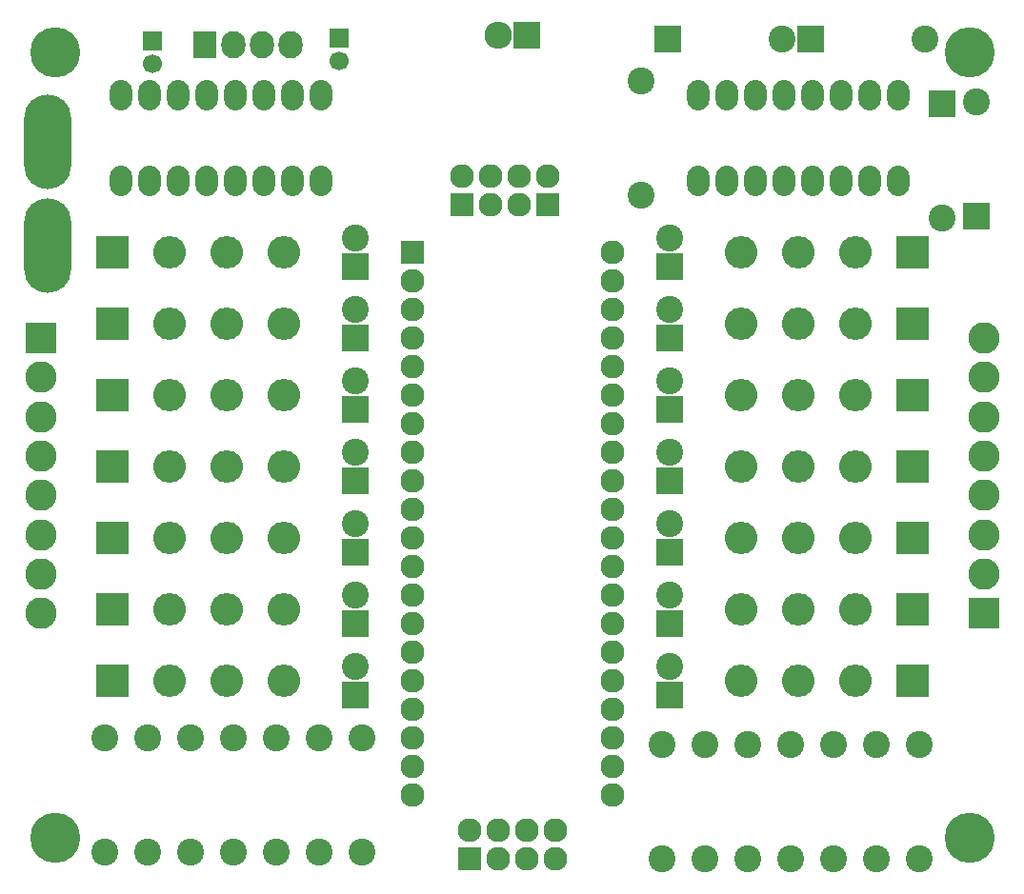
<source format=gts>
G04 #@! TF.FileFunction,Soldermask,Top*
%FSLAX46Y46*%
G04 Gerber Fmt 4.6, Leading zero omitted, Abs format (unit mm)*
G04 Created by KiCad (PCBNEW (2016-01-13 BZR 6465, Git 5af18e5)-product) date Wed 03 Feb 2016 11:46:56 AWST*
%MOMM*%
G01*
G04 APERTURE LIST*
%ADD10C,0.100000*%
%ADD11C,2.800000*%
%ADD12R,2.800000X2.800000*%
%ADD13C,2.398980*%
%ADD14R,2.398980X2.398980*%
%ADD15C,4.464000*%
%ADD16R,2.127200X2.127200*%
%ADD17O,2.127200X2.127200*%
%ADD18R,2.400000X2.400000*%
%ADD19C,2.400000*%
%ADD20R,2.432000X2.432000*%
%ADD21O,2.432000X2.432000*%
%ADD22R,2.127200X2.432000*%
%ADD23O,2.127200X2.432000*%
%ADD24O,2.000000X2.700000*%
%ADD25R,2.900000X2.900000*%
%ADD26O,2.900000X2.900000*%
%ADD27R,1.700000X1.700000*%
%ADD28C,1.700000*%
%ADD29O,4.200000X8.400000*%
G04 APERTURE END LIST*
D10*
D11*
X231140000Y-121651000D03*
X231140000Y-125151000D03*
X231140000Y-118151000D03*
X231140000Y-114651000D03*
X231140000Y-111151000D03*
X231140000Y-107651000D03*
D12*
X231140000Y-128651000D03*
D11*
X231140000Y-104151000D03*
X147320000Y-111140000D03*
X147320000Y-107640000D03*
X147320000Y-114640000D03*
X147320000Y-118140000D03*
X147320000Y-121640000D03*
X147320000Y-125140000D03*
D12*
X147320000Y-104140000D03*
D11*
X147320000Y-128640000D03*
D13*
X213233000Y-77594460D03*
D14*
X203073000Y-77594460D03*
D13*
X225933000Y-77594460D03*
D14*
X215773000Y-77594460D03*
D13*
X227459540Y-93472000D03*
D14*
X227459540Y-83312000D03*
D13*
X230502460Y-83185000D03*
D14*
X230502460Y-93345000D03*
D15*
X148590000Y-78740000D03*
X148590000Y-148590000D03*
X229870000Y-148590000D03*
D16*
X180340000Y-96520000D03*
D17*
X198120000Y-96520000D03*
X180340000Y-99060000D03*
X198120000Y-99060000D03*
X180340000Y-101600000D03*
X198120000Y-101600000D03*
X180340000Y-104140000D03*
X198120000Y-104140000D03*
X180340000Y-106680000D03*
X198120000Y-106680000D03*
X180340000Y-109220000D03*
X198120000Y-109220000D03*
X180340000Y-111760000D03*
X198120000Y-111760000D03*
X180340000Y-114300000D03*
X198120000Y-114300000D03*
X180340000Y-116840000D03*
X198120000Y-116840000D03*
X180340000Y-119380000D03*
X198120000Y-119380000D03*
X180340000Y-121920000D03*
X198120000Y-121920000D03*
X180340000Y-124460000D03*
X198120000Y-124460000D03*
X180340000Y-127000000D03*
X198120000Y-127000000D03*
X180340000Y-129540000D03*
X198120000Y-129540000D03*
X180340000Y-132080000D03*
X198120000Y-132080000D03*
X180340000Y-134620000D03*
X198120000Y-134620000D03*
X180340000Y-137160000D03*
X198120000Y-137160000D03*
X180340000Y-139700000D03*
X198120000Y-139700000D03*
X180340000Y-142240000D03*
X198120000Y-142240000D03*
X180340000Y-144780000D03*
X198120000Y-144780000D03*
D18*
X203200000Y-135890000D03*
D19*
X203200000Y-133350000D03*
D18*
X203200000Y-129540000D03*
D19*
X203200000Y-127000000D03*
D18*
X203200000Y-123190000D03*
D19*
X203200000Y-120650000D03*
D18*
X203200000Y-116840000D03*
D19*
X203200000Y-114300000D03*
D18*
X203200000Y-110490000D03*
D19*
X203200000Y-107950000D03*
D18*
X203200000Y-104140000D03*
D19*
X203200000Y-101600000D03*
D18*
X203200000Y-97790000D03*
D19*
X203200000Y-95250000D03*
D18*
X175260000Y-135890000D03*
D19*
X175260000Y-133350000D03*
D18*
X175260000Y-129540000D03*
D19*
X175260000Y-127000000D03*
D18*
X175260000Y-123190000D03*
D19*
X175260000Y-120650000D03*
D18*
X175260000Y-116840000D03*
D19*
X175260000Y-114300000D03*
D18*
X175260000Y-110490000D03*
D19*
X175260000Y-107950000D03*
D18*
X175260000Y-104140000D03*
D19*
X175260000Y-101600000D03*
D18*
X175260000Y-97790000D03*
D19*
X175260000Y-95250000D03*
D20*
X190500000Y-77216000D03*
D21*
X187960000Y-77216000D03*
D16*
X185420000Y-150495000D03*
D17*
X185420000Y-147955000D03*
X187960000Y-150495000D03*
X187960000Y-147955000D03*
X190500000Y-150495000D03*
X190500000Y-147955000D03*
X193040000Y-150495000D03*
X193040000Y-147955000D03*
D22*
X161925000Y-78105000D03*
D23*
X164465000Y-78105000D03*
X167005000Y-78105000D03*
X169545000Y-78105000D03*
D13*
X200660000Y-81280000D03*
X200660000Y-91440000D03*
X225425000Y-140335000D03*
X225425000Y-150495000D03*
X221615000Y-140335000D03*
X221615000Y-150495000D03*
X217805000Y-140335000D03*
X217805000Y-150495000D03*
X213995000Y-140335000D03*
X213995000Y-150495000D03*
X210185000Y-140335000D03*
X210185000Y-150495000D03*
X206375000Y-140335000D03*
X206375000Y-150495000D03*
X202565000Y-140335000D03*
X202565000Y-150495000D03*
X153035000Y-139700000D03*
X153035000Y-149860000D03*
X156845000Y-139700000D03*
X156845000Y-149860000D03*
X160655000Y-139700000D03*
X160655000Y-149860000D03*
X164465000Y-139700000D03*
X164465000Y-149860000D03*
X168275000Y-139700000D03*
X168275000Y-149860000D03*
X172085000Y-139700000D03*
X172085000Y-149860000D03*
X175895000Y-139700000D03*
X175895000Y-149860000D03*
D24*
X154432000Y-90170000D03*
X156972000Y-90170000D03*
X159512000Y-90170000D03*
X162052000Y-90170000D03*
X164592000Y-90170000D03*
X167132000Y-90170000D03*
X169672000Y-90170000D03*
X172212000Y-90170000D03*
X172212000Y-82550000D03*
X169672000Y-82550000D03*
X167132000Y-82550000D03*
X164592000Y-82550000D03*
X162052000Y-82550000D03*
X159512000Y-82550000D03*
X156972000Y-82550000D03*
X154432000Y-82550000D03*
X205740000Y-90170000D03*
X208280000Y-90170000D03*
X210820000Y-90170000D03*
X213360000Y-90170000D03*
X215900000Y-90170000D03*
X218440000Y-90170000D03*
X220980000Y-90170000D03*
X223520000Y-90170000D03*
X223520000Y-82550000D03*
X220980000Y-82550000D03*
X218440000Y-82550000D03*
X215900000Y-82550000D03*
X213360000Y-82550000D03*
X210820000Y-82550000D03*
X208280000Y-82550000D03*
X205740000Y-82550000D03*
D25*
X224790000Y-109220000D03*
D26*
X219710000Y-109220000D03*
X214630000Y-109220000D03*
X209550000Y-109220000D03*
D25*
X153670000Y-102870000D03*
D26*
X158750000Y-102870000D03*
X163830000Y-102870000D03*
X168910000Y-102870000D03*
D25*
X153670000Y-96520000D03*
D26*
X158750000Y-96520000D03*
X163830000Y-96520000D03*
X168910000Y-96520000D03*
D25*
X224790000Y-134620000D03*
D26*
X219710000Y-134620000D03*
X214630000Y-134620000D03*
X209550000Y-134620000D03*
D25*
X224790000Y-102870000D03*
D26*
X219710000Y-102870000D03*
X214630000Y-102870000D03*
X209550000Y-102870000D03*
D25*
X224790000Y-128270000D03*
D26*
X219710000Y-128270000D03*
X214630000Y-128270000D03*
X209550000Y-128270000D03*
D25*
X224790000Y-121920000D03*
D26*
X219710000Y-121920000D03*
X214630000Y-121920000D03*
X209550000Y-121920000D03*
D25*
X224790000Y-115570000D03*
D26*
X219710000Y-115570000D03*
X214630000Y-115570000D03*
X209550000Y-115570000D03*
D25*
X153670000Y-134620000D03*
D26*
X158750000Y-134620000D03*
X163830000Y-134620000D03*
X168910000Y-134620000D03*
D25*
X153670000Y-128270000D03*
D26*
X158750000Y-128270000D03*
X163830000Y-128270000D03*
X168910000Y-128270000D03*
D25*
X153670000Y-121920000D03*
D26*
X158750000Y-121920000D03*
X163830000Y-121920000D03*
X168910000Y-121920000D03*
D25*
X153670000Y-115570000D03*
D26*
X158750000Y-115570000D03*
X163830000Y-115570000D03*
X168910000Y-115570000D03*
D25*
X153670000Y-109220000D03*
D26*
X158750000Y-109220000D03*
X163830000Y-109220000D03*
X168910000Y-109220000D03*
D25*
X224790000Y-96520000D03*
D26*
X219710000Y-96520000D03*
X214630000Y-96520000D03*
X209550000Y-96520000D03*
D15*
X229870000Y-78740000D03*
D27*
X173863000Y-77470000D03*
D28*
X173863000Y-79470000D03*
D27*
X157226000Y-77724000D03*
D28*
X157226000Y-79724000D03*
D29*
X147955000Y-95963000D03*
X147955000Y-86663000D03*
D16*
X184785000Y-92329000D03*
D17*
X184785000Y-89789000D03*
X187325000Y-92329000D03*
X187325000Y-89789000D03*
X189865000Y-92329000D03*
X189865000Y-89789000D03*
D16*
X192405000Y-92329000D03*
D17*
X192405000Y-89789000D03*
M02*

</source>
